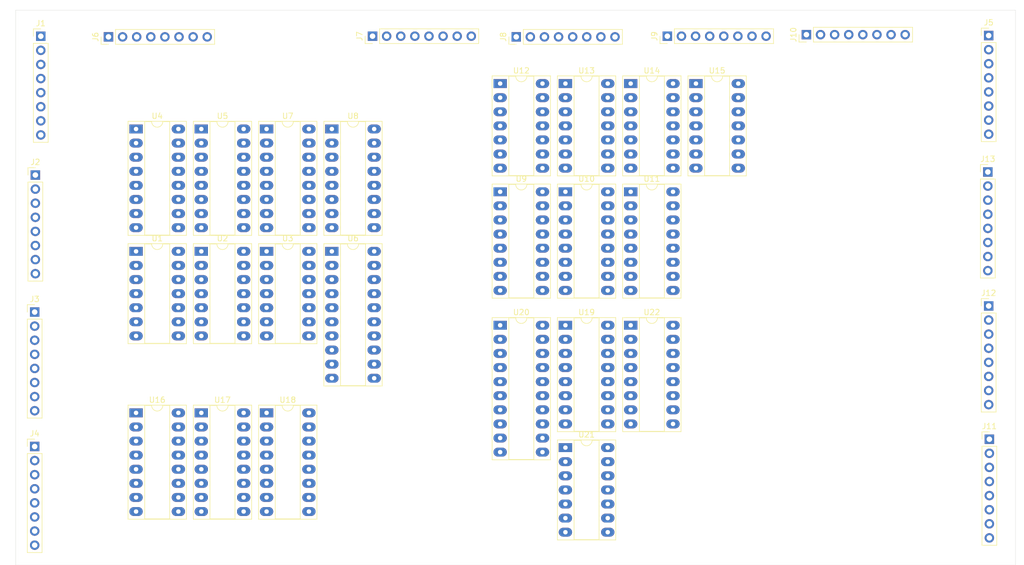
<source format=kicad_pcb>
(kicad_pcb (version 20240108) (generator "pcbnew") (generator_version "8.0")
  (layers (0 "F.Cu" signal) (31 "B.Cu" signal) (34 "B.Paste" user) (35 "F.Paste" user) (36 "B.SilkS" user "B.Silkscreen") (37 "F.SilkS" user "F.Silkscreen") (38 "B.Mask" user) (39 "F.Mask" user) (44 "Edge.Cuts" user))
  (net 0 "")
  (net 1 "/~{SCL}")
  (net 2 "/~{COR}")
  (net 3 "/~{SCH}")
  (net 4 "/~{NOP}")
  (net 5 "/~{SSO}")
  (net 6 "/~{SSI}")
  (net 7 "/~{OWN}")
  (net 8 "/~{RET}")
  (net 9 "/DPH")
  (net 11 "/~{Rx}")
  (net 15 "/PH1")
  (net 16 "/SCROUNGE")
  (net 17 "/xE")
  (net 18 "/~{xR}")
  (net 19 "/~{xD}")
  (net 20 "/~{xS}")
  (net 21 "/~{xL}")
  (net 22 "/~{xI}")
  (net 23 "/~{xM}")
  (net 24 "/~{xP}")
  (net 25 "/~{Ix}")
  (net 26 "/~{Dx}")
  (net 27 "/~{Sx}")
  (net 28 "/~{Px}")
  (net 29 "/xA")
  (net 30 "/~{Nx}")
  (net 31 "/~{Mx}")
  (net 32 "/~{Lx}")
  (net 33 "/LFETCH")
  (net 34 "/Nx_pre")
  (net 35 "/Mx_pre")
  (net 36 "/xW_pre")
  (net 37 "/xM_pre")
  (net 38 "/Lx_pre")
  (net 39 "/xL_pre")
  (net 40 "/~{PH3}")
  (net 41 "/xT")
  (net 42 "/xB")
  (net 43 "/xW")
  (net 44 "/xJ")
  (net 45 "/Nx_pre_clean")
  (net 46 "/~{xO}")
  (net 47 "/xF")
  (net 48 "/xC")
  (net 49 "/IRQ6")
  (net 50 "/IRQ0")
  (net 51 "/IRQ5")
  (net 52 "/IRQ7")
  (net 53 "/IRQ3")
  (net 54 "/IRQ1")
  (net 55 "/IRQ4")
  (net 56 "/IRQ2")
  (net 57 "/~{opc_ALU}")
  (net 58 "/~{opc_FIX}")
  (net 59 "/~{opc_PAIR}")
  (net 60 "/~{opc_DIRO}")
  (net 61 "/~{DPH}")
  (net 62 "/~{TRAP}")
  (net 63 "/~{opc_SYS}")
  (net 64 "/~{opc_TRAP}")
  (net 65 "/GET")
  (net 66 "/PUT")
  (net 67 "/IB5")
  (net 68 "/IB6")
  (net 69 "/IB4")
  (net 70 "/IB1")
  (net 71 "/IB7")
  (net 72 "/IB3")
  (net 73 "/IB0")
  (net 74 "/IB2")
  (net 75 "/FREE")
  (net 76 "/PH0")
  (net 77 "/~{CLOSE}")
  (net 78 "/GETPUT")
  (net 79 "/~{IRQ}")
  (net 80 "/~{PH0}")
  (net 81 "/DB5")
  (net 82 "/DB6")
  (net 83 "/DB1")
  (net 84 "/DB2")
  (net 85 "/DB0")
  (net 86 "/DB3")
  (net 87 "/DB4")
  (net 88 "/~{PUTR}")
  (net 89 "/~{GETI}")
  (net 90 "/~{PUTD}")
  (net 91 "/~{PUTI}")
  (net 92 "/~{PUTO}")
  (net 93 "/~{GETR}")
  (net 94 "/~{GETD}")
  (net 95 "/~{GETO}")
  (net 96 "GND")
  (net 97 "+5V")
  (net 101 "Net-(U1A-~{S})")
  (net 102 "Net-(U1A-Q)")
  (net 103 "Net-(U13-Pad4)")
  (net 105 "Net-(U4-S)")
  (net 106 "Net-(U12-Pad1)")
  (net 107 "Net-(U12-Pad2)")
  (net 108 "/DB7")
  (net 109 "Net-(U7-S0)")
  (net 110 "Net-(U7-GS)")
  (net 111 "Net-(U7-S1)")
  (net 112 "Net-(U7-S2)")
  (net 134 "Net-(U12-Pad6)")
  (net 135 "Net-(U12-Pad3)")
  (net 136 "Net-(U12-Pad9)")
  (net 145 "/~{RCOPY}")
  (footprint "Package_DIP:DIP-16_W7.62mm_Socket_LongPads" (layer "F.Cu") (at 68.475 92.075)
    (property "Reference" "U18" (at 3.81 -2.33 0) (layer "F.SilkS"))
    (property "Value" "74AHC138")
    (pad "1" thru_hole rect (at 0 0) (size 2.4 1.6) (drill 0.8) (layers "*.Cu" "*.Mask") (net 73 "/IB0"))
    (pad "2" thru_hole oval (at 0 2.54) (size 2.4 1.6) (drill 0.8) (layers "*.Cu" "*.Mask") (net 70 "/IB1"))
    (pad "3" thru_hole oval (at 0 5.08) (size 2.4 1.6) (drill 0.8) (layers "*.Cu" "*.Mask") (net 74 "/IB2"))
    (pad "4" thru_hole oval (at 0 7.62) (size 2.4 1.6) (drill 0.8) (layers "*.Cu" "*.Mask") (net 72 "/IB3"))
    (pad "5" thru_hole oval (at 0 10.16) (size 2.4 1.6) (drill 0.8) (layers "*.Cu" "*.Mask") (net 145 "/~{RCOPY}"))
    (pad "6" thru_hole oval (at 0 12.7) (size 2.4 1.6) (drill 0.8) (layers "*.Cu" "*.Mask") (net 97 "+5V"))
    (pad "7" thru_hole oval (at 0 15.24) (size 2.4 1.6) (drill 0.8) (layers "*.Cu" "*.Mask") (net 24 "/~{xP}"))
    (pad "8" thru_hole oval (at 0 17.78) (size 2.4 1.6) (drill 0.8) (layers "*.Cu" "*.Mask") (net 96 "GND"))
    (pad "9" thru_hole oval (at 7.62 17.78) (size 2.4 1.6) (drill 0.8) (layers "*.Cu" "*.Mask") (net 20 "/~{xS}"))
    (pad "10" thru_hole oval (at 7.62 15.24) (size 2.4 1.6) (drill 0.8) (layers "*.Cu" "*.Mask") (net 22 "/~{xI}"))
    (pad "11" thru_hole oval (at 7.62 12.7) (size 2.4 1.6) (drill 0.8) (layers "*.Cu" "*.Mask") (net 18 "/~{xR}"))
    (pad "12" thru_hole oval (at 7.62 10.16) (size 2.4 1.6) (drill 0.8) (layers "*.Cu" "*.Mask") (net 19 "/~{xD}"))
    (pad "13" thru_hole oval (at 7.62 7.62) (size 2.4 1.6) (drill 0.8) (layers "*.Cu" "*.Mask") (net 21 "/~{xL}"))
    (pad "14" thru_hole oval (at 7.62 5.08) (size 2.4 1.6) (drill 0.8) (layers "*.Cu" "*.Mask") (net 23 "/~{xM}"))
    (pad "15" thru_hole oval (at 7.62 2.54) (size 2.4 1.6) (drill 0.8) (layers "*.Cu" "*.Mask") (net 46 "/~{xO}"))
    (pad "16" thru_hole oval (at 7.62 0) (size 2.4 1.6) (drill 0.8) (layers "*.Cu" "*.Mask") (net 97 "+5V"))
  )
  (footprint "Package_DIP:DIP-16_W7.62mm_Socket_LongPads" (layer "F.Cu") (at 68.475 40.925)
    (property "Reference" "U7" (at 3.81 -2.33 0) (layer "F.SilkS"))
    (property "Value" "74LS148")
    (pad "1" thru_hole rect (at 0 0) (size 2.4 1.6) (drill 0.8) (layers "*.Cu" "*.Mask") (net 71 "/IB7"))
    (pad "2" thru_hole oval (at 0 2.54) (size 2.4 1.6) (drill 0.8) (layers "*.Cu" "*.Mask") (net 96 "GND"))
    (pad "3" thru_hole oval (at 0 5.08) (size 2.4 1.6) (drill 0.8) (layers "*.Cu" "*.Mask") (net 96 "GND"))
    (pad "4" thru_hole oval (at 0 7.62) (size 2.4 1.6) (drill 0.8) (layers "*.Cu" "*.Mask") (net 96 "GND"))
    (pad "5" thru_hole oval (at 0 10.16) (size 2.4 1.6) (drill 0.8) (layers "*.Cu" "*.Mask") (net 80 "/~{PH0}"))
    (pad "6" thru_hole oval (at 0 12.7) (size 2.4 1.6) (drill 0.8) (layers "*.Cu" "*.Mask") (net 112 "Net-(U7-S2)"))
    (pad "7" thru_hole oval (at 0 15.24) (size 2.4 1.6) (drill 0.8) (layers "*.Cu" "*.Mask") (net 111 "Net-(U7-S1)"))
    (pad "8" thru_hole oval (at 0 17.78) (size 2.4 1.6) (drill 0.8) (layers "*.Cu" "*.Mask") (net 96 "GND"))
    (pad "9" thru_hole oval (at 7.62 17.78) (size 2.4 1.6) (drill 0.8) (layers "*.Cu" "*.Mask") (net 109 "Net-(U7-S0)"))
    (pad "10" thru_hole oval (at 7.62 15.24) (size 2.4 1.6) (drill 0.8) (layers "*.Cu" "*.Mask") (net 72 "/IB3"))
    (pad "11" thru_hole oval (at 7.62 12.7) (size 2.4 1.6) (drill 0.8) (layers "*.Cu" "*.Mask") (net 69 "/IB4"))
    (pad "12" thru_hole oval (at 7.62 10.16) (size 2.4 1.6) (drill 0.8) (layers "*.Cu" "*.Mask") (net 67 "/IB5"))
    (pad "13" thru_hole oval (at 7.62 7.62) (size 2.4 1.6) (drill 0.8) (layers "*.Cu" "*.Mask") (net 68 "/IB6"))
    (pad "14" thru_hole oval (at 7.62 5.08) (size 2.4 1.6) (drill 0.8) (layers "*.Cu" "*.Mask") (net 110 "Net-(U7-GS)"))
    (pad "15" thru_hole oval (at 7.62 2.54) (size 2.4 1.6) (drill 0.8) (layers "*.Cu" "*.Mask") (net 63 "/~{opc_SYS}"))
    (pad "16" thru_hole oval (at 7.62 0) (size 2.4 1.6) (drill 0.8) (layers "*.Cu" "*.Mask") (net 97 "+5V"))
  )
  (footprint "Package_DIP:DIP-14_W7.62mm_Socket_LongPads" (layer "F.Cu") (at 56.725 62.975)
    (property "Reference" "U2" (at 3.81 -2.33 0) (layer "F.SilkS"))
    (property "Value" "74LS08")
    (pad "1" thru_hole rect (at 0 0) (size 2.4 1.6) (drill 0.8) (layers "*.Cu" "*.Mask") (net 102 "Net-(U1A-Q)"))
    (pad "2" thru_hole oval (at 0 2.54) (size 2.4 1.6) (drill 0.8) (layers "*.Cu" "*.Mask") (net 75 "/FREE"))
    (pad "3" thru_hole oval (at 0 5.08) (size 2.4 1.6) (drill 0.8) (layers "*.Cu" "*.Mask") (net 105 "Net-(U4-S)"))
    (pad "4" thru_hole oval (at 0 7.62) (size 2.4 1.6) (drill 0.8) (layers "*.Cu" "*.Mask") (net 74 "/IB2"))
    (pad "5" thru_hole oval (at 0 10.16) (size 2.4 1.6) (drill 0.8) (layers "*.Cu" "*.Mask") (net 78 "/GETPUT"))
    (pad "6" thru_hole oval (at 0 12.7) (size 2.4 1.6) (drill 0.8) (layers "*.Cu" "*.Mask") (net 66 "/PUT"))
    (pad "7" thru_hole oval (at 0 15.24) (size 2.4 1.6) (drill 0.8) (layers "*.Cu" "*.Mask") (net 96 "GND"))
    (pad "8" thru_hole oval (at 7.62 15.24) (size 2.4 1.6) (drill 0.8) (layers "*.Cu" "*.Mask") (net 65 "/GET"))
    (pad "9" thru_hole oval (at 7.62 12.7) (size 2.4 1.6) (drill 0.8) (layers "*.Cu" "*.Mask") (net 78 "/GETPUT"))
    (pad "10" thru_hole oval (at 7.62 10.16) (size 2.4 1.6) (drill 0.8) (layers "*.Cu" "*.Mask") (net 103 "Net-(U13-Pad4)"))
    (pad "11" thru_hole oval (at 7.62 7.62) (size 2.4 1.6) (drill 0.8) (layers "*.Cu" "*.Mask"))
    (pad "12" thru_hole oval (at 7.62 5.08) (size 2.4 1.6) (drill 0.8) (layers "*.Cu" "*.Mask") (net 96 "GND"))
    (pad "13" thru_hole oval (at 7.62 2.54) (size 2.4 1.6) (drill 0.8) (layers "*.Cu" "*.Mask") (net 96 "GND"))
    (pad "14" thru_hole oval (at 7.62 0) (size 2.4 1.6) (drill 0.8) (layers "*.Cu" "*.Mask") (net 97 "+5V"))
  )
  (footprint "Package_DIP:DIP-16_W7.62mm_Socket_LongPads" (layer "F.Cu") (at 44.975 40.925)
    (property "Reference" "U4" (at 3.81 -2.33 0) (layer "F.SilkS"))
    (property "Value" "74HC157")
    (pad "1" thru_hole rect (at 0 0) (size 2.4 1.6) (drill 0.8) (layers "*.Cu" "*.Mask") (net 105 "Net-(U4-S)"))
    (pad "2" thru_hole oval (at 0 2.54) (size 2.4 1.6) (drill 0.8) (layers "*.Cu" "*.Mask") (net 85 "/DB0"))
    (pad "3" thru_hole oval (at 0 5.08) (size 2.4 1.6) (drill 0.8) (layers "*.Cu" "*.Mask") (net 96 "GND"))
    (pad "4" thru_hole oval (at 0 7.62) (size 2.4 1.6) (drill 0.8) (layers "*.Cu" "*.Mask") (net 50 "/IRQ0"))
    (pad "5" thru_hole oval (at 0 10.16) (size 2.4 1.6) (drill 0.8) (layers "*.Cu" "*.Mask") (net 83 "/DB1"))
    (pad "6" thru_hole oval (at 0 12.7) (size 2.4 1.6) (drill 0.8) (layers "*.Cu" "*.Mask") (net 96 "GND"))
    (pad "7" thru_hole oval (at 0 15.24) (size 2.4 1.6) (drill 0.8) (layers "*.Cu" "*.Mask") (net 54 "/IRQ1"))
    (pad "8" thru_hole oval (at 0 17.78) (size 2.4 1.6) (drill 0.8) (layers "*.Cu" "*.Mask") (net 96 "GND"))
    (pad "9" thru_hole oval (at 7.62 17.78) (size 2.4 1.6) (drill 0.8) (layers "*.Cu" "*.Mask") (net 56 "/IRQ2"))
    (pad "10" thru_hole oval (at 7.62 15.24) (size 2.4 1.6) (drill 0.8) (layers "*.Cu" "*.Mask") (net 96 "GND"))
    (pad "11" thru_hole oval (at 7.62 12.7) (size 2.4 1.6) (drill 0.8) (layers "*.Cu" "*.Mask") (net 84 "/DB2"))
    (pad "12" thru_hole oval (at 7.62 10.16) (size 2.4 1.6) (drill 0.8) (layers "*.Cu" "*.Mask") (net 53 "/IRQ3"))
    (pad "13" thru_hole oval (at 7.62 7.62) (size 2.4 1.6) (drill 0.8) (layers "*.Cu" "*.Mask") (net 96 "GND"))
    (pad "14" thru_hole oval (at 7.62 5.08) (size 2.4 1.6) (drill 0.8) (layers "*.Cu" "*.Mask") (net 86 "/DB3"))
    (pad "15" thru_hole oval (at 7.62 2.54) (size 2.4 1.6) (drill 0.8) (layers "*.Cu" "*.Mask") (net 96 "GND"))
    (pad "16" thru_hole oval (at 7.62 0) (size 2.4 1.6) (drill 0.8) (layers "*.Cu" "*.Mask") (net 97 "+5V"))
  )
  (footprint "Connector_PinHeader_2.54mm:PinHeader_1x08_P2.54mm_Vertical" (layer "F.Cu") (at 165.66 23.925 90)
    (property "Reference" "J10" (at 0 -2.33 90) (layer "F.SilkS"))
    (property "Value" "Conn_01x08_Pin")
    (pad "1" thru_hole rect (at 0 0 90) (size 1.7 1.7) (drill 1) (layers "*.Cu" "*.Mask") (net 73 "/IB0"))
    (pad "2" thru_hole oval (at 0 2.54 90) (size 1.7 1.7) (drill 1) (layers "*.Cu" "*.Mask") (net 70 "/IB1"))
    (pad "3" thru_hole oval (at 0 5.08 90) (size 1.7 1.7) (drill 1) (layers "*.Cu" "*.Mask") (net 74 "/IB2"))
    (pad "4" thru_hole oval (at 0 7.62 90) (size 1.7 1.7) (drill 1) (layers "*.Cu" "*.Mask") (net 72 "/IB3"))
    (pad "5" thru_hole oval (at 0 10.16 90) (size 1.7 1.7) (drill 1) (layers "*.Cu" "*.Mask") (net 69 "/IB4"))
    (pad "6" thru_hole oval (at 0 12.7 90) (size 1.7 1.7) (drill 1) (layers "*.Cu" "*.Mask") (net 67 "/IB5"))
    (pad "7" thru_hole oval (at 0 15.24 90) (size 1.7 1.7) (drill 1) (layers "*.Cu" "*.Mask") (net 68 "/IB6"))
    (pad "8" thru_hole oval (at 0 17.78 90) (size 1.7 1.7) (drill 1) (layers "*.Cu" "*.Mask") (net 71 "/IB7"))
  )
  (footprint "Package_DIP:DIP-14_W7.62mm_Socket_LongPads" (layer "F.Cu") (at 110.525 32.74)
    (property "Reference" "U12" (at 3.81 -2.33 0) (layer "F.SilkS"))
    (property "Value" "74LS08")
    (pad "1" thru_hole rect (at 0 0) (size 2.4 1.6) (drill 0.8) (layers "*.Cu" "*.Mask") (net 106 "Net-(U12-Pad1)"))
    (pad "2" thru_hole oval (at 0 2.54) (size 2.4 1.6) (drill 0.8) (layers "*.Cu" "*.Mask") (net 107 "Net-(U12-Pad2)"))
    (pad "3" thru_hole oval (at 0 5.08) (size 2.4 1.6) (drill 0.8) (layers "*.Cu" "*.Mask") (net 135 "Net-(U12-Pad3)"))
    (pad "4" thru_hole oval (at 0 7.62) (size 2.4 1.6) (drill 0.8) (layers "*.Cu" "*.Mask") (net 34 "/Nx_pre"))
    (pad "5" thru_hole oval (at 0 10.16) (size 2.4 1.6) (drill 0.8) (layers "*.Cu" "*.Mask") (net 107 "Net-(U12-Pad2)"))
    (pad "6" thru_hole oval (at 0 12.7) (size 2.4 1.6) (drill 0.8) (layers "*.Cu" "*.Mask") (net 134 "Net-(U12-Pad6)"))
    (pad "7" thru_hole oval (at 0 15.24) (size 2.4 1.6) (drill 0.8) (layers "*.Cu" "*.Mask") (net 96 "GND"))
    (pad "8" thru_hole oval (at 7.62 15.24) (size 2.4 1.6) (drill 0.8) (layers "*.Cu" "*.Mask") (net 45 "/Nx_pre_clean"))
    (pad "9" thru_hole oval (at 7.62 12.7) (size 2.4 1.6) (drill 0.8) (layers "*.Cu" "*.Mask") (net 136 "Net-(U12-Pad9)"))
    (pad "10" thru_hole oval (at 7.62 10.16) (size 2.4 1.6) (drill 0.8) (layers "*.Cu" "*.Mask") (net 34 "/Nx_pre"))
    (pad "11" thru_hole oval (at 7.62 7.62) (size 2.4 1.6) (drill 0.8) (layers "*.Cu" "*.Mask") (net 33 "/LFETCH"))
    (pad "12" thru_hole oval (at 7.62 5.08) (size 2.4 1.6) (drill 0.8) (layers "*.Cu" "*.Mask") (net 15 "/PH1"))
    (pad "13" thru_hole oval (at 7.62 2.54) (size 2.4 1.6) (drill 0.8) (layers "*.Cu" "*.Mask") (net 45 "/Nx_pre_clean"))
    (pad "14" thru_hole oval (at 7.62 0) (size 2.4 1.6) (drill 0.8) (layers "*.Cu" "*.Mask") (net 97 "+5V"))
  )
  (footprint "Package_DIP:DIP-16_W7.62mm_Socket_LongPads" (layer "F.Cu") (at 56.725 40.925)
    (property "Reference" "U5" (at 3.81 -2.33 0) (layer "F.SilkS"))
    (property "Value" "74HC157")
    (pad "1" thru_hole rect (at 0 0) (size 2.4 1.6) (drill 0.8) (layers "*.Cu" "*.Mask") (net 105 "Net-(U4-S)"))
    (pad "2" thru_hole oval (at 0 2.54) (size 2.4 1.6) (drill 0.8) (layers "*.Cu" "*.Mask") (net 87 "/DB4"))
    (pad "3" thru_hole oval (at 0 5.08) (size 2.4 1.6) (drill 0.8) (layers "*.Cu" "*.Mask") (net 96 "GND"))
    (pad "4" thru_hole oval (at 0 7.62) (size 2.4 1.6) (drill 0.8) (layers "*.Cu" "*.Mask") (net 55 "/IRQ4"))
    (pad "5" thru_hole oval (at 0 10.16) (size 2.4 1.6) (drill 0.8) (layers "*.Cu" "*.Mask") (net 81 "/DB5"))
    (pad "6" thru_hole oval (at 0 12.7) (size 2.4 1.6) (drill 0.8) (layers "*.Cu" "*.Mask") (net 97 "+5V"))
    (pad "7" thru_hole oval (at 0 15.24) (size 2.4 1.6) (drill 0.8) (layers "*.Cu" "*.Mask") (net 51 "/IRQ5"))
    (pad "8" thru_hole oval (at 0 17.78) (size 2.4 1.6) (drill 0.8) (layers "*.Cu" "*.Mask") (net 96 "GND"))
    (pad "9" thru_hole oval (at 7.62 17.78) (size 2.4 1.6) (drill 0.8) (layers "*.Cu" "*.Mask") (net 49 "/IRQ6"))
    (pad "10" thru_hole oval (at 7.62 15.24) (size 2.4 1.6) (drill 0.8) (layers "*.Cu" "*.Mask") (net 96 "GND"))
    (pad "11" thru_hole oval (at 7.62 12.7) (size 2.4 1.6) (drill 0.8) (layers "*.Cu" "*.Mask") (net 82 "/DB6"))
    (pad "12" thru_hole oval (at 7.62 10.16) (size 2.4 1.6) (drill 0.8) (layers "*.Cu" "*.Mask") (net 52 "/IRQ7"))
    (pad "13" thru_hole oval (at 7.62 7.62) (size 2.4 1.6) (drill 0.8) (layers "*.Cu" "*.Mask") (net 96 "GND"))
    (pad "14" thru_hole oval (at 7.62 5.08) (size 2.4 1.6) (drill 0.8) (layers "*.Cu" "*.Mask") (net 108 "/DB7"))
    (pad "15" thru_hole oval (at 7.62 2.54) (size 2.4 1.6) (drill 0.8) (layers "*.Cu" "*.Mask") (net 96 "GND"))
    (pad "16" thru_hole oval (at 7.62 0) (size 2.4 1.6) (drill 0.8) (layers "*.Cu" "*.Mask") (net 97 "+5V"))
  )
  (footprint "Connector_PinHeader_2.54mm:PinHeader_1x08_P2.54mm_Vertical" (layer "F.Cu") (at 26.725 73.91)
    (property "Reference" "J3" (at 0 -2.33 0) (layer "F.SilkS"))
    (property "Value" "Conn_01x08_Pin")
    (pad "1" thru_hole rect (at 0 0) (size 1.7 1.7) (drill 1) (layers "*.Cu" "*.Mask") (net 18 "/~{xR}"))
    (pad "2" thru_hole oval (at 0 2.54) (size 1.7 1.7) (drill 1) (layers "*.Cu" "*.Mask") (net 23 "/~{xM}"))
    (pad "3" thru_hole oval (at 0 5.08) (size 1.7 1.7) (drill 1) (layers "*.Cu" "*.Mask") (net 22 "/~{xI}"))
    (pad "4" thru_hole oval (at 0 7.62) (size 1.7 1.7) (drill 1) (layers "*.Cu" "*.Mask") (net 21 "/~{xL}"))
    (pad "5" thru_hole oval (at 0 10.16) (size 1.7 1.7) (drill 1) (layers "*.Cu" "*.Mask") (net 19 "/~{xD}"))
    (pad "6" thru_hole oval (at 0 12.7) (size 1.7 1.7) (drill 1) (layers "*.Cu" "*.Mask") (net 20 "/~{xS}"))
    (pad "7" thru_hole oval (at 0 15.24) (size 1.7 1.7) (drill 1) (layers "*.Cu" "*.Mask") (net 24 "/~{xP}"))
    (pad "8" thru_hole oval (at 0 17.78) (size 1.7 1.7) (drill 1) (layers "*.Cu" "*.Mask") (net 17 "/xE"))
  )
  (footprint "Package_DIP:DIP-14_W7.62mm_Socket_LongPads" (layer "F.Cu") (at 145.775 32.74)
    (property "Reference" "U15" (at 3.81 -2.33 0) (layer "F.SilkS"))
    (property "Value" "4075")
    (pad "1" thru_hole rect (at 0 0) (size 2.4 1.6) (drill 0.8) (layers "*.Cu" "*.Mask") (net 59 "/~{opc_PAIR}"))
    (pad "2" thru_hole oval (at 0 2.54) (size 2.4 1.6) (drill 0.8) (layers "*.Cu" "*.Mask") (net 40 "/~{PH3}"))
    (pad "3" thru_hole oval (at 0 5.08) (size 2.4 1.6) (drill 0.8) (layers "*.Cu" "*.Mask") (net 96 "GND"))
    (pad "4" thru_hole oval (at 0 7.62) (size 2.4 1.6) (drill 0.8) (layers "*.Cu" "*.Mask") (net 96 "GND"))
    (pad "5" thru_hole oval (at 0 10.16) (size 2.4 1.6) (drill 0.8) (layers "*.Cu" "*.Mask") (net 96 "GND"))
    (pad "6" thru_hole oval (at 0 12.7) (size 2.4 1.6) (drill 0.8) (layers "*.Cu" "*.Mask"))
    (pad "7" thru_hole oval (at 0 15.24) (size 2.4 1.6) (drill 0.8) (layers "*.Cu" "*.Mask") (net 96 "GND"))
    (pad "8" thru_hole oval (at 7.62 15.24) (size 2.4 1.6) (drill 0.8) (layers "*.Cu" "*.Mask") (net 16 "/SCROUNGE"))
    (pad "9" thru_hole oval (at 7.62 12.7) (size 2.4 1.6) (drill 0.8) (layers "*.Cu" "*.Mask") (net 145 "/~{RCOPY}"))
    (pad "10" thru_hole oval (at 7.62 10.16) (size 2.4 1.6) (drill 0.8) (layers "*.Cu" "*.Mask"))
    (pad "11" thru_hole oval (at 7.62 7.62) (size 2.4 1.6) (drill 0.8) (layers "*.Cu" "*.Mask") (net 96 "GND"))
    (pad "12" thru_hole oval (at 7.62 5.08) (size 2.4 1.6) (drill 0.8) (layers "*.Cu" "*.Mask") (net 96 "GND"))
    (pad "13" thru_hole oval (at 7.62 2.54) (size 2.4 1.6) (drill 0.8) (layers "*.Cu" "*.Mask") (net 96 "GND"))
    (pad "14" thru_hole oval (at 7.62 0) (size 2.4 1.6) (drill 0.8) (layers "*.Cu" "*.Mask") (net 97 "+5V"))
  )
  (footprint "Package_DIP:DIP-16_W7.62mm_Socket_LongPads" (layer "F.Cu") (at 44.975 92.075)
    (property "Reference" "U16" (at 3.81 -2.33 0) (layer "F.SilkS"))
    (property "Value" "74AHC138")
    (pad "1" thru_hole rect (at 0 0) (size 2.4 1.6) (drill 0.8) (layers "*.Cu" "*.Mask") (net 69 "/IB4"))
    (pad "2" thru_hole oval (at 0 2.54) (size 2.4 1.6) (drill 0.8) (layers "*.Cu" "*.Mask") (net 67 "/IB5"))
    (pad "3" thru_hole oval (at 0 5.08) (size 2.4 1.6) (drill 0.8) (layers "*.Cu" "*.Mask") (net 68 "/IB6"))
    (pad "4" thru_hole oval (at 0 7.62) (size 2.4 1.6) (drill 0.8) (layers "*.Cu" "*.Mask") (net 59 "/~{opc_PAIR}"))
    (pad "5" thru_hole oval (at 0 10.16) (size 2.4 1.6) (drill 0.8) (layers "*.Cu" "*.Mask") (net 16 "/SCROUNGE"))
    (pad "6" thru_hole oval (at 0 12.7) (size 2.4 1.6) (drill 0.8) (layers "*.Cu" "*.Mask") (net 9 "/DPH"))
    (pad "7" thru_hole oval (at 0 15.24) (size 2.4 1.6) (drill 0.8) (layers "*.Cu" "*.Mask") (net 28 "/~{Px}"))
    (pad "8" thru_hole oval (at 0 17.78) (size 2.4 1.6) (drill 0.8) (layers "*.Cu" "*.Mask") (net 96 "GND"))
    (pad "9" thru_hole oval (at 7.62 17.78) (size 2.4 1.6) (drill 0.8) (layers "*.Cu" "*.Mask") (net 27 "/~{Sx}"))
    (pad "10" thru_hole oval (at 7.62 15.24) (size 2.4 1.6) (drill 0.8) (layers "*.Cu" "*.Mask") (net 25 "/~{Ix}"))
    (pad "11" thru_hole oval (at 7.62 12.7) (size 2.4 1.6) (drill 0.8) (layers "*.Cu" "*.Mask") (net 11 "/~{Rx}"))
    (pad "12" thru_hole oval (at 7.62 10.16) (size 2.4 1.6) (drill 0.8) (layers "*.Cu" "*.Mask") (net 26 "/~{Dx}"))
    (pad "13" thru_hole oval (at 7.62 7.62) (size 2.4 1.6) (drill 0.8) (layers "*.Cu" "*.Mask") (net 32 "/~{Lx}"))
    (pad "14" thru_hole oval (at 7.62 5.08) (size 2.4 1.6) (drill 0.8) (layers "*.Cu" "*.Mask") (net 31 "/~{Mx}"))
    (pad "15" thru_hole oval (at 7.62 2.54) (size 2.4 1.6) (drill 0.8) (layers "*.Cu" "*.Mask") (net 30 "/~{Nx}"))
    (pad "16" thru_hole oval (at 7.62 0) (size 2.4 1.6) (drill 0.8) (layers "*.Cu" "*.Mask") (net 97 "+5V"))
  )
  (footprint "Connector_PinHeader_2.54mm:PinHeader_1x08_P2.54mm_Vertical" (layer "F.Cu") (at 26.725 98.135)
    (property "Reference" "J4" (at 0 -2.33 0) (layer "F.SilkS"))
    (property "Value" "Conn_01x08_Pin")
    (pad "1" thru_hole rect (at 0 0) (size 1.7 1.7) (drill 1) (layers "*.Cu" "*.Mask") (net 29 "/xA"))
    (pad "2" thru_hole oval (at 0 2.54) (size 1.7 1.7) (drill 1) (layers "*.Cu" "*.Mask") (net 27 "/~{Sx}"))
    (pad "3" thru_hole oval (at 0 5.08) (size 1.7 1.7) (drill 1) (layers "*.Cu" "*.Mask") (net 30 "/~{Nx}"))
    (pad "4" thru_hole oval (at 0 7.62) (size 1.7 1.7) (drill 1) (layers "*.Cu" "*.Mask") (net 28 "/~{Px}"))
    (pad "5" thru_hole oval (at 0 10.16) (size 1.7 1.7) (drill 1) (layers "*.Cu" "*.Mask") (net 26 "/~{Dx}"))
    (pad "6" thru_hole oval (at 0 12.7) (size 1.7 1.7) (drill 1) (layers "*.Cu" "*.Mask") (net 31 "/~{Mx}"))
    (pad "7" thru_hole oval (at 0 15.24) (size 1.7 1.7) (drill 1) (layers "*.Cu" "*.Mask") (net 25 "/~{Ix}"))
    (pad "8" thru_hole oval (at 0 17.78) (size 1.7 1.7) (drill 1) (layers "*.Cu" "*.Mask") (net 32 "/~{Lx}"))
  )
  (footprint "Connector_PinHeader_2.54mm:PinHeader_1x08_P2.54mm_Vertical" (layer "F.Cu") (at 87.55 24.2 90)
    (property "Reference" "J7" (at 0 -2.33 90) (layer "F.SilkS"))
    (property "Value" "Conn_01x08_Pin")
    (pad "1" thru_hole rect (at 0 0 90) (size 1.7 1.7) (drill 1) (layers "*.Cu" "*.Mask") (net 50 "/IRQ0"))
    (pad "2" thru_hole oval (at 0 2.54 90) (size 1.7 1.7) (drill 1) (layers "*.Cu" "*.Mask") (net 54 "/IRQ1"))
    (pad "3" thru_hole oval (at 0 5.08 90) (size 1.7 1.7) (drill 1) (layers "*.Cu" "*.Mask") (net 56 "/IRQ2"))
    (pad "4" thru_hole oval (at 0 7.62 90) (size 1.7 1.7) (drill 1) (layers "*.Cu" "*.Mask") (net 53 "/IRQ3"))
    (pad "5" thru_hole oval (at 0 10.16 90) (size 1.7 1.7) (drill 1) (layers "*.Cu" "*.Mask") (net 55 "/IRQ4"))
    (pad "6" thru_hole oval (at 0 12.7 90) (size 1.7 1.7) (drill 1) (layers "*.Cu" "*.Mask") (net 51 "/IRQ5"))
    (pad "7" thru_hole oval (at 0 15.24 90) (size 1.7 1.7) (drill 1) (layers "*.Cu" "*.Mask") (net 49 "/IRQ6"))
    (pad "8" thru_hole oval (at 0 17.78 90) (size 1.7 1.7) (drill 1) (layers "*.Cu" "*.Mask") (net 52 "/IRQ7"))
  )
  (footprint "Package_DIP:DIP-14_W7.62mm_Socket_LongPads" (layer "F.Cu") (at 68.475 62.975)
    (property "Reference" "U3" (at 3.81 -2.33 0) (layer "F.SilkS"))
    (property "Value" "74LS32")
    (pad "1" thru_hole rect (at 0 0) (size 2.4 1.6) (drill 0.8) (layers "*.Cu" "*.Mask") (net 38 "/Lx_pre"))
    (pad "2" thru_hole oval (at 0 2.54) (size 2.4 1.6) (drill 0.8) (layers "*.Cu" "*.Mask") (net 35 "/Mx_pre"))
    (pad "3" thru_hole oval (at 0 5.08) (size 2.4 1.6) (drill 0.8) (layers "*.Cu" "*.Mask") (net 106 "Net-(U12-Pad1)"))
    (pad "4" thru_hole oval (at 0 7.62) (size 2.4 1.6) (drill 0.8) (layers "*.Cu" "*.Mask") (net 39 "/xL_pre"))
    (pad "5" thru_hole oval (at 0 10.16) (size 2.4 1.6) (drill 0.8) (layers "*.Cu" "*.Mask") (net 37 "/xM_pre"))
    (pad "6" thru_hole oval (at 0 12.7) (size 2.4 1.6) (drill 0.8) (layers "*.Cu" "*.Mask") (net 107 "Net-(U12-Pad2)"))
    (pad "7" thru_hole oval (at 0 15.24) (size 2.4 1.6) (drill 0.8) (layers "*.Cu" "*.Mask") (net 96 "GND"))
    (pad "8" thru_hole oval (at 7.62 15.24) (size 2.4 1.6) (drill 0.8) (layers "*.Cu" "*.Mask") (net 101 "Net-(U1A-~{S})"))
    (pad "9" thru_hole oval (at 7.62 12.7) (size 2.4 1.6) (drill 0.8) (layers "*.Cu" "*.Mask") (net 79 "/~{IRQ}"))
    (pad "10" thru_hole oval (at 7.62 10.16) (size 2.4 1.6) (drill 0.8) (layers "*.Cu" "*.Mask") (net 80 "/~{PH0}"))
    (pad "11" thru_hole oval (at 7.62 7.62) (size 2.4 1.6) (drill 0.8) (layers "*.Cu" "*.Mask") (net 62 "/~{TRAP}"))
    (pad "12" thru_hole oval (at 7.62 5.08) (size 2.4 1.6) (drill 0.8) (layers "*.Cu" "*.Mask") (net 64 "/~{opc_TRAP}"))
    (pad "13" thru_hole oval (at 7.62 2.54) (size 2.4 1.6) (drill 0.8) (layers "*.Cu" "*.Mask") (net 61 "/~{DPH}"))
    (pad "14" thru_hole oval (at 7.62 0) (size 2.4 1.6) (drill 0.8) (layers "*.Cu" "*.Mask") (net 97 "+5V"))
  )
  (footprint "Package_DIP:DIP-14_W7.62mm_Socket_LongPads" (layer "F.Cu") (at 122.275 98.34)
    (property "Reference" "U21" (at 3.81 -2.33 0) (layer "F.SilkS"))
    (property "Value" "74HC02")
    (pad "1" thru_hole rect (at 0 0) (size 2.4 1.6) (drill 0.8) (layers "*.Cu" "*.Mask") (net 78 "/GETPUT"))
    (pad "2" thru_hole oval (at 0 2.54) (size 2.4 1.6) (drill 0.8) (layers "*.Cu" "*.Mask") (net 60 "/~{opc_DIRO}"))
    (pad "3" thru_hole oval (at 0 5.08) (size 2.4 1.6) (drill 0.8) (layers "*.Cu" "*.Mask") (net 61 "/~{DPH}"))
    (pad "4" thru_hole oval (at 0 7.62) (size 2.4 1.6) (drill 0.8) (layers "*.Cu" "*.Mask"))
    (pad "5" thru_hole oval (at 0 10.16) (size 2.4 1.6) (drill 0.8) (layers "*.Cu" "*.Mask") (net 96 "GND"))
    (pad "6" thru_hole oval (at 0 12.7) (size 2.4 1.6) (drill 0.8) (layers "*.Cu" "*.Mask") (net 96 "GND"))
    (pad "7" thru_hole oval (at 0 15.24) (size 2.4 1.6) (drill 0.8) (layers "*.Cu" "*.Mask") (net 96 "GND"))
    (pad "8" thru_hole oval (at 7.62 15.24) (size 2.4 1.6) (drill 0.8) (layers "*.Cu" "*.Mask") (net 96 "GND"))
    (pad "9" thru_hole oval (at 7.62 12.7) (size 2.4 1.6) (drill 0.8) (layers "*.Cu" "*.Mask") (net 96 "GND"))
    (pad "10" thru_hole oval (at 7.62 10.16) (size 2.4 1.6) (drill 0.8) (layers "*.Cu" "*.Mask"))
    (pad "11" thru_hole oval (at 7.62 7.62) (size 2.4 1.6) (drill 0.8) (layers "*.Cu" "*.Mask") (net 96 "GND"))
    (pad "12" thru_hole oval (at 7.62 5.08) (size 2.4 1.6) (drill 0.8) (layers "*.Cu" "*.Mask") (net 96 "GND"))
    (pad "13" thru_hole oval (at 7.62 2.54) (size 2.4 1.6) (drill 0.8) (layers "*.Cu" "*.Mask"))
    (pad "14" thru_hole oval (at 7.62 0) (size 2.4 1.6) (drill 0.8) (layers "*.Cu" "*.Mask") (net 97 "+5V"))
  )
  (footprint "Package_DIP:DIP-14_W7.62mm_Socket_LongPads" (layer "F.Cu") (at 44.975 62.975)
    (property "Reference" "U1" (at 3.81 -2.33 0) (layer "F.SilkS"))
    (property "Value" "74HC74")
    (pad "1" thru_hole rect (at 0 0) (size 2.4 1.6) (drill 0.8) (layers "*.Cu" "*.Mask") (net 77 "/~{CLOSE}"))
    (pad "2" thru_hole oval (at 0 2.54) (size 2.4 1.6) (drill 0.8) (layers "*.Cu" "*.Mask") (net 97 "+5V"))
    (pad "3" thru_hole oval (at 0 5.08) (size 2.4 1.6) (drill 0.8) (layers "*.Cu" "*.Mask") (net 96 "GND"))
    (pad "4" thru_hole oval (at 0 7.62) (size 2.4 1.6) (drill 0.8) (layers "*.Cu" "*.Mask") (net 101 "Net-(U1A-~{S})"))
    (pad "5" thru_hole oval (at 0 10.16) (size 2.4 1.6) (drill 0.8) (layers "*.Cu" "*.Mask") (net 102 "Net-(U1A-Q)"))
    (pad "6" thru_hole oval (at 0 12.7) (size 2.4 1.6) (drill 0.8) (layers "*.Cu" "*.Mask"))
    (pad "7" thru_hole oval (at 0 15.24) (size 2.4 1.6) (drill 0.8) (layers "*.Cu" "*.Mask") (net 96 "GND"))
    (pad "8" thru_hole oval (at 7.62 15.24) (size 2.4 1.6) (drill 0.8) (layers "*.Cu" "*.Mask"))
    (pad "9" thru_hole oval (at 7.62 12.7) (size 2.4 1.6) (drill 0.8) (layers "*.Cu" "*.Mask"))
    (pad "10" thru_hole oval (at 7.62 10.16) (size 2.4 1.6) (drill 0.8) (layers "*.Cu" "*.Mask") (net 97 "+5V"))
    (pad "11" thru_hole oval (at 7.62 7.62) (size 2.4 1.6) (drill 0.8) (layers "*.Cu" "*.Mask") (net 96 "GND"))
    (pad "12" thru_hole oval (at 7.62 5.08) (size 2.4 1.6) (drill 0.8) (layers "*.Cu" "*.Mask") (net 96 "GND"))
    (pad "13" thru_hole oval (at 7.62 2.54) (size 2.4 1.6) (drill 0.8) (layers "*.Cu" "*.Mask") (net 97 "+5V"))
    (pad "14" thru_hole oval (at 7.62 0) (size 2.4 1.6) (drill 0.8) (layers "*.Cu" "*.Mask") (net 97 "+5V"))
  )
  (footprint "Package_DIP:DIP-16_W7.62mm_Socket_LongPads" (layer "F.Cu") (at 122.275 52.24)
    (property "Reference" "U10" (at 3.81 -2.33 0) (layer "F.SilkS"))
    (property "Value" "74HC238")
    (pad "1" thru_hole rect (at 0 0) (size 2.4 1.6) (drill 0.8) (layers "*.Cu" "*.Mask") (net 73 "/IB0"))
    (pad "2" thru_hole oval (at 0 2.54) (size 2.4 1.6) (drill 0.8) (layers "*.Cu" "*.Mask") (net 70 "/IB1"))
    (pad "3" thru_hole oval (at 0 5.08) (size 2.4 1.6) (drill 0.8) (layers "*.Cu" "*.Mask") (net 74 "/IB2"))
    (pad "4" thru_hole oval (at 0 7.62) (size 2.4 1.6) (drill 0.8) (layers "*.Cu" "*.Mask") (net 59 "/~{opc_PAIR}"))
    (pad "5" thru_hole oval (at 0 10.16) (size 2.4 1.6) (drill 0.8) (layers "*.Cu" "*.Mask") (net 96 "GND"))
    (pad "6" thru_hole oval (at 0 12.7) (size 2.4 1.6) (drill 0.8) (layers "*.Cu" "*.Mask") (net 72 "/IB3"))
    (pad "7" thru_hole oval (at 0 15.24) (size 2.4 1.6) (drill 0.8) (layers "*.Cu" "*.Mask"))
    (pad "8" thru_hole oval (at 0 17.78) (size 2.4 1.6) (drill 0.8) (layers "*.Cu" "*.Mask") (net 96 "GND"))
    (pad "9" thru_hole oval (at 7.62 17.78) (size 2.4 1.6) (drill 0.8) (layers "*.Cu" "*.Mask"))
    (pad "10" thru_hole oval (at 7.62 15.24) (size 2.4 1.6) (drill 0.8) (layers "*.Cu" "*.Mask"))
    (pad "11" thru_hole oval (at 7.62 12.7) (size 2.4 1.6) (drill 0.8) (layers "*.Cu" "*.Mask") (net 36 "/xW_pre"))
    (pad "12" thru_hole oval (at 7.62 10.16) (size 2.4 1.6) (drill 0.8) (layers "*.Cu" "*.Mask"))
    (pad "13" thru_hole oval (at 7.62 7.62) (size 2.4 1.6) (drill 0.8) (layers "*.Cu" "*.Mask"))
    (pad "14" thru_hole oval (at 7.62 5.08) (size 2.4 1.6) (drill 0.8) (layers "*.Cu" "*.Mask"))
    (pad "15" thru_hole oval (at 7.62 2.54) (size 2.4 1.6) (drill 0.8) (layers "*.Cu" "*.Mask"))
    (pad "16" thru_hole oval (at 7.62 0) (size 2.4 1.6) (drill 0.8) (layers "*.Cu" "*.Mask") (net 97 "+5V"))
  )
  (footprint "Package_DIP:DIP-14_W7.62mm_Socket_LongPads" (layer "F.Cu") (at 122.275 32.74)
    (property "Reference" "U13" (at 3.81 -2.33 0) (layer "F.SilkS"))
    (property "Value" "74AHC04")
    (pad "1" thru_hole rect (at 0 0) (size 2.4 1.6) (drill 0.8) (layers "*.Cu" "*.Mask") (net 134 "Net-(U12-Pad6)"))
    (pad "2" thru_hole oval (at 0 2.54) (size 2.4 1.6) (drill 0.8) (layers "*.Cu" "*.Mask") (net 136 "Net-(U12-Pad9)"))
    (pad "3" thru_hole oval (at 0 5.08) (size 2.4 1.6) (drill 0.8) (layers "*.Cu" "*.Mask") (net 74 "/IB2"))
    (pad "4" thru_hole oval (at 0 7.62) (size 2.4 1.6) (drill 0.8) (layers "*.Cu" "*.Mask") (net 103 "Net-(U13-Pad4)"))
    (pad "5" thru_hole oval (at 0 10.16) (size 2.4 1.6) (drill 0.8) (layers "*.Cu" "*.Mask") (net 96 "GND"))
    (pad "6" thru_hole oval (at 0 12.7) (size 2.4 1.6) (drill 0.8) (layers "*.Cu" "*.Mask"))
    (pad "7" thru_hole oval (at 0 15.24) (size 2.4 1.6) (drill 0.8) (layers "*.Cu" "*.Mask") (net 96 "GND"))
    (pad "8" thru_hole oval (at 7.62 15.24) (size 2.4 1.6) (drill 0.8) (layers "*.Cu" "*.Mask"))
    (pad "9" thru_hole oval (at 7.62 12.7) (size 2.4 1.6) (drill 0.8) (layers "*.Cu" "*.Mask") (net 96 "GND"))
    (pad "10" thru_hole oval (at 7.62 10.16) (size 2.4 1.6) (drill 0.8) (layers "*.Cu" "*.Mask"))
    (pad "11" thru_hole oval (at 7.62 7.62) (size 2.4 1.6) (drill 0.8) (layers "*.Cu" "*.Mask") (net 96 "GND"))
    (pad "12" thru_hole oval (at 7.62 5.08) (size 2.4 1.6) (drill 0.8) (layers "*.Cu" "*.Mask"))
    (pad "13" thru_hole oval (at 7.62 2.54) (size 2.4 1.6) (drill 0.8) (layers "*.Cu" "*.Mask") (net 96 "GND"))
    (pad "14" thru_hole oval (at 7.62 0) (size 2.4 1.6) (drill 0.8) (layers "*.Cu" "*.Mask") (net 97 "+5V"))
  )
  (footprint "Package_DIP:DIP-20_W7.62mm_Socket_LongPads" (layer "F.Cu") (at 110.525 76.29)
    (property "Reference" "U20" (at 3.81 -2.33 0) (layer "F.SilkS"))
    (property "Value" "74AHC244")
    (pad "1" thru_hole rect (at 0 0) (size 2.4 1.6) (drill 0.8) (layers "*.Cu" "*.Mask") (net 62 "/~{TRAP}"))
    (pad "2" thru_hole oval (at 0 2.54) (size 2.4 1.6) (drill 0.8) (layers "*.Cu" "*.Mask") (net 73 "/IB0"))
    (pad "3" thru_hole oval (at 0 5.08) (size 2.4 1.6) (drill 0.8) (layers "*.Cu" "*.Mask") (net 87 "/DB4"))
    (pad "4" thru_hole oval (at 0 7.62) (size 2.4 1.6) (drill 0.8) (layers "*.Cu" "*.Mask") (net 70 "/IB1"))
    (pad "5" thru_hole oval (at 0 10.16) (size 2.4 1.6) (drill 0.8) (layers "*.Cu" "*.Mask") (net 81 "/DB5"))
    (pad "6" thru_hole oval (at 0 12.7) (size 2.4 1.6) (drill 0.8) (layers "*.Cu" "*.Mask") (net 74 "/IB2"))
    (pad "7" thru_hole oval (at 0 15.24) (size 2.4 1.6) (drill 0.8) (layers "*.Cu" "*.Mask") (net 82 "/DB6"))
    (pad "8" thru_hole oval (at 0 17.78) (size 2.4 1.6) (drill 0.8) (layers "*.Cu" "*.Mask") (net 72 "/IB3"))
    (pad "9" thru_hole oval (at 0 20.32) (size 2.4 1.6) (drill 0.8) (layers "*.Cu" "*.Mask") (net 108 "/DB7"))
    (pad "10" thru_hole oval (at 0 22.86) (size 2.4 1.6) (drill 0.8) (layers "*.Cu" "*.Mask") (net 96 "GND"))
    (pad "11" thru_hole oval (at 7.62 22.86) (size 2.4 1.6) (drill 0.8) (layers "*.Cu" "*.Mask") (net 96 "GND"))
    (pad "12" thru_hole oval (at 7.62 20.32) (size 2.4 1.6) (drill 0.8) (layers "*.Cu" "*.Mask") (net 86 "/DB3"))
    (pad "13" thru_hole oval (at 7.62 17.78) (size 2.4 1.6) (drill 0.8) (layers "*.Cu" "*.Mask") (net 96 "GND"))
    (pad "14" thru_hole oval (at 7.62 15.24) (size 2.4 1.6) (drill 0.8) (layers "*.Cu" "*.Mask") (net 84 "/DB2"))
    (pad "15" thru_hole oval (at 7.62 12.7) (size 2.4 1.6) (drill 0.8) (layers "*.Cu" "*.Mask") (net 96 "GND"))
    (pad "16" thru_hole oval (at 7.62 10.16) (size 2.4 1.6) (drill 0.8) (layers "*.Cu" "*.Mask") (net 83 "/DB1"))
    (pad "17" thru_hole oval (at 7.62 7.62) (size 2.4 1.6) (drill 0.8) (layers "*.Cu" "*.Mask") (net 69 "/IB4"))
    (pad "18" thru_hole oval (at 7.62 5.08) (size 2.4 1.6) (drill 0.8) (layers "*.Cu" "*.Mask") (net 85 "/DB0"))
    (pad "19" thru_hole oval (at 7.62 2.54) (size 2.4 1.6) (drill 0.8) (layers "*.Cu" "*.Mask") (net 62 "/~{TRAP}"))
    (pad "20" thru_hole oval (at 7.62 0) (size 2.4 1.6) (drill 0.8) (layers "*.Cu" "*.Mask") (net 97 "+5V"))
  )
  (footprint "Package_DIP:DIP-16_W7.62mm_Socket_LongPads" (layer "F.Cu") (at 134.025 76.29)
    (property "Reference" "U22" (at 3.81 -2.33 0) (layer "F.SilkS"))
    (property "Value" "74AHC138")
    (pad "1" thru_hole rect (at 0 0) (size 2.4 1.6) (drill 0.8) (layers "*.Cu" "*.Mask") (net 69 "/IB4"))
    (pad "2" thru_hole oval (at 0 2.54) (size 2.4 1.6) (drill 0.8) (layers "*.Cu" "*.Mask") (net 67 "/IB5"))
    (pad "3" thru_hole oval (at 0 5.08) (size 2.4 1.6) (drill 0.8) (layers "*.Cu" "*.Mask") (net 72 "/IB3"))
    (pad "4" thru_hole oval (at 0 7.62) (size 2.4 1.6) (drill 0.8) (layers "*.Cu" "*.Mask") (net 96 "GND"))
    (pad "5" thru_hole oval (at 0 10.16) (size 2.4 1.6) (drill 0.8) (layers "*.Cu" "*.Mask") (net 96 "GND"))
    (pad "6" thru_hole oval (at 0 12.7) (size 2.4 1.6) (drill 0.8) (layers "*.Cu" "*.Mask") (net 78 "/GETPUT"))
    (pad "7" thru_hole oval (at 0 15.24) (size 2.4 1.6) (drill 0.8) (layers "*.Cu" "*.Mask") (net 92 "/~{PUTO}"))
    (pad "8" thru_hole oval (at 0 17.78) (size 2.4 1.6) (drill 0.8) (layers "*.Cu" "*.Mask") (net 96 "GND"))
    (pad "9" thru_hole oval (at 7.62 17.78) (size 2.4 1.6) (drill 0.8) (layers "*.Cu" "*.Mask") (net 88 "/~{PUTR}"))
    (pad "10" thru_hole oval (at 7.62 15.24) (size 2.4 1.6) (drill 0.8) (layers "*.Cu" "*.Mask") (net 91 "/~{PUTI}"))
    (pad "11" thru_hole oval (at 7.62 12.7) (size 2.4 1.6) (drill 0.8) (layers "*.Cu" "*.Mask") (net 90 "/~{PUTD}"))
    (pad "12" thru_hole oval (at 7.62 10.16) (size 2.4 1.6) (drill 0.8) (layers "*.Cu" "*.Mask") (net 95 "/~{GETO}"))
    (pad "13" thru_hole oval (at 7.62 7.62) (size 2.4 1.6) (drill 0.8) (layers "*.Cu" "*.Mask") (net 93 "/~{GETR}"))
    (pad "14" thru_hole oval (at 7.62 5.08) (size 2.4 1.6) (drill 0.8) (layers "*.Cu" "*.Mask") (net 89 "/~{GETI}"))
    (pad "15" thru_hole oval (at 7.62 2.54) (size 2.4 1.6) (drill 0.8) (layers "*.Cu" "*.Mask") (net 94 "/~{GETD}"))
    (pad "16" thru_hole oval (at 7.62 0) (size 2.4 1.6) (drill 0.8) (layers "*.Cu" "*.Mask") (net 97 "+5V"))
  )
  (footprint "Connector_PinHeader_2.54mm:PinHeader_1x08_P2.54mm_Vertical" (layer "F.Cu") (at 140.625 24.2 90)
    (property "Reference" "J9" (at 0 -2.33 90) (layer "F.SilkS"))
    (property "Value" "Conn_01x08_Pin")
    (pad "1" thru_hole rect (at 0 0 90) (size 1.7 1.7) (drill 1) (layers "*.Cu" "*.Mask") (net 63 "/~{opc_SYS}"))
    (pad "2" thru_hole oval (at 0 2.54 90) (size 1.7 1.7) (drill 1) (layers "*.Cu" "*.Mask") (net 58 "/~{opc_FIX}"))
    (pad "3" thru_hole oval (at 0 5.08 90) (size 1.7 1.7) (drill 1) (layers "*.Cu" "*.Mask") (net 57 "/~{opc_ALU}"))
    (pad "4" thru_hole oval (at 0 7.62 90) (size 1.7 1.7) (drill 1) (layers "*.Cu" "*.Mask") (net 64 "/~{opc_TRAP}"))
    (pad "5" thru_hole oval (at 0 10.16 90) (size 1.7 1.7) (drill 1) (layers "*.Cu" "*.Mask") (net 60 "/~{opc_DIRO}"))
    (pad "6" thru_hole oval (at 0 12.7 90) (size 1.7 1.7) (drill 1) (layers "*.Cu" "*.Mask") (net 59 "/~{opc_PAIR}"))
    (pad "7" thru_hole oval (at 0 15.24 90) (size 1.7 1.7) (drill 1) (layers "*.Cu" "*.Mask") (net 65 "/GET"))
    (pad "8" thru_hole oval (at 0 17.78 90) (size 1.7 1.7) (drill 1) (layers "*.Cu" "*.Mask") (net 66 "/PUT"))
  )
  (footprint "Connector_PinHeader_2.54mm:PinHeader_1x08_P2.54mm_Vertical" (layer "F.Cu") (at 40.01 24.325 90)
    (property "Reference" "J6" (at 0 -2.33 90) (layer "F.SilkS"))
    (property "Value" "Conn_01x08_Pin")
    (pad "1" thru_hole rect (at 0 0 90) (size 1.7 1.7) (drill 1) (layers "*.Cu" "*.Mask") (net 45 "/Nx_pre_clean"))
    (pad "2" thru_hole oval (at 0 2.54 90) (size 1.7 1.7) (drill 1) (layers "*.Cu" "*.Mask") (net 43 "/xW"))
    (pad "3" thru_hole oval (at 0 5.08 90) (size 1.7 1.7) (drill 1) (layers "*.Cu" "*.Mask") (net 47 "/xF"))
    (pad "4" thru_hole oval (at 0 7.62 90) (size 1.7 1.7) (drill 1) (layers "*.Cu" "*.Mask") (net 42 "/xB"))
    (pad "5" thru_hole oval (at 0 10.16 90) (size 1.7 1.7) (drill 1) (layers "*.Cu" "*.Mask") (net 48 "/xC"))
    (pad "6" thru_hole oval (at 0 12.7 90) (size 1.7 1.7) (drill 1) (layers "*.Cu" "*.Mask") (net 44 "/xJ"))
    (pad "7" thru_hole oval (at 0 15.24 90) (size 1.7 1.7) (drill 1) (layers "*.Cu" "*.Mask") (net 41 "/xT"))
    (pad "8" thru_hole oval (at 0 17.78 90) (size 1.7 1.7) (drill 1) (layers "*.Cu" "*.Mask") (net 46 "/~{xO}"))
  )
  (footprint "Package_DIP:DIP-16_W7.62mm_Socket_LongPads" (layer "F.Cu") (at 56.725 92.075)
    (property "Reference" "U17" (at 3.81 -2.33 0) (layer "F.SilkS"))
    (property "Value" "74HC238")
    (pad "1" thru_hole rect (at 0 0) (size 2.4 1.6) (drill 0.8) (layers "*.Cu" "*.Mask") (net 73 "/IB0"))
    (pad "2" thru_hole oval (at 0 2.54) (size 2.4 1.6) (drill 0.8) (layers "*.Cu" "*.Mask") (net 70 "/IB1"))
    (pad "3" thru_hole oval (at 0 5.08) (size 2.4 1.6) (drill 0.8) (layers "*.Cu" "*.Mask") (net 74 "/IB2"))
    (pad "4" thru_hole oval (at 0 7.62) (size 2.4 1.6) (drill 0.8) (layers "*.Cu" "*.Mask") (net 96 "GND"))
    (pad "5" thru_hole oval (at 0 10.16) (size 2.4 1.6) (drill 0.8) (layers "*.Cu" "*.Mask") (net 145 "/~{RCOPY}"))
    (pad "6" thru_hole oval (at 0 12.7) (size 2.4 1.6) (drill 0.8) (layers "*.Cu" "*.Mask") (net 72 "/IB3"))
    (pad "7" thru_hole oval (at 0 15.24) (size 2.4 1.6) (drill 0.8) (layers "*.Cu" "*.Mask") (net 48 "/xC"))
    (pad "8" thru_hole oval (at 0 17.78) (size 2.4 1.6) (drill 0.8) (layers "*.Cu" "*.Mask") (net 96 "GND"))
    (pad "9" thru_hole oval (at 7.62 17.78) (size 2.4 1.6) (drill 0.8) (layers "*.Cu" "*.Mask") (net 47 "/xF"))
    (pad "10" thru_hole oval (at 7.62 15.24) (size 2.4 1.6) (drill 0.8) (layers "*.Cu" "*.Mask") (net 41 "/xT"))
    (pad "11" thru_hole oval (at 7.62 12.7) (size 2.4 1.6) (drill 0.8) (layers "*.Cu" "*.Mask") (net 43 "/xW"))
    (pad "12" thru_hole oval (at 7.62 10.16) (size 2.4 1.6) (drill 0.8) (layers "*.Cu" "*.Mask") (net 44 "/xJ"))
    (pad "13" thru_hole oval (at 7.62 7.62) (size 2.4 1.6) (drill 0.8) (layers "*.Cu" "*.Mask") (net 42 "/xB"))
    (pad "14" thru_hole oval (at 7.62 5.08) (size 2.4 1.6) (drill 0.8) (layers "*.Cu" "*.Mask") (net 29 "/xA"))
    (pad "15" thru_hole oval (at 7.62 2.54) (size 2.4 1.6) (drill 0.8) (layers "*.Cu" "*.Mask") (net 17 "/xE"))
    (pad "16" thru_hole oval (at 7.62 0) (size 2.4 1.6) (drill 0.8) (layers "*.Cu" "*.Mask") (net 97 "+5V"))
  )
  (footprint "Connector_PinHeader_2.54mm:PinHeader_1x08_P2.54mm_Vertical" (layer "F.Cu") (at 113.42 24.325 90)
    (property "Reference" "J8" (at 0 -2.33 90) (layer "F.SilkS"))
    (property "Value" "Conn_01x08_Pin")
    (pad "1" thru_hole rect (at 0 0 90) (size 1.7 1.7) (drill 1) (layers "*.Cu" "*.Mask") (net 60 "/~{opc_DIRO}"))
    (pad "2" thru_hole oval (at 0 2.54 90) (size 1.7 1.7) (drill 1) (layers "*.Cu" "*.Mask") (net 61 "/~{DPH}"))
    (pad "3" thru_hole oval (at 0 5.08 90) (size 1.7 1.7) (drill 1) (layers "*.Cu" "*.Mask") (net 62 "/~{TRAP}"))
    (pad "4" thru_hole oval (at 0 7.62 90) (size 1.7 1.7) (drill 1) (layers "*.Cu" "*.Mask") (net 64 "/~{opc_TRAP}"))
    (pad "5" thru_hole oval (at 0 10.16 90) (size 1.7 1.7) (drill 1) (layers "*.Cu" "*.Mask") (net 63 "/~{opc_SYS}"))
    (pad "6" thru_hole oval (at 0 12.7 90) (size 1.7 1.7) (drill 1) (layers "*.Cu" "*.Mask") (net 59 "/~{opc_PAIR}"))
    (pad "7" thru_hole oval (at 0 15.24 90) (size 1.7 1.7) (drill 1) (layers "*.Cu" "*.Mask") (net 58 "/~{opc_FIX}"))
    (pad "8" thru_hole oval (at 0 17.78 90) (size 1.7 1.7) (drill 1) (layers "*.Cu" "*.Mask") (net 57 "/~{opc_ALU}"))
  )
  (footprint "Connector_PinHeader_2.54mm:PinHeader_1x08_P2.54mm_Vertical" (layer "F.Cu") (at 198.325 48.67)
    (property "Reference" "J13" (at 0 -2.33 0) (layer "F.SilkS"))
    (property "Value" "Conn_01x08_Pin")
    (pad "1" thru_hole rect (at 0 0) (size 1.7 1.7) (drill 1) (layers "*.Cu" "*.Mask") (net 88 "/~{PUTR}"))
    (pad "2" thru_hole oval (at 0 2.54) (size 1.7 1.7) (drill 1) (layers "*.Cu" "*.Mask") (net 90 "/~{PUTD}"))
    (pad "3" thru_hole oval (at 0 5.08) (size 1.7 1.7) (drill 1) (layers "*.Cu" "*.Mask") (net 91 "/~{PUTI}"))
    (pad "4" thru_hole oval (at 0 7.62) (size 1.7 1.7) (drill 1) (layers "*.Cu" "*.Mask") (net 92 "/~{PUTO}"))
    (pad "5" thru_hole oval (at 0 10.16) (size 1.7 1.7) (drill 1) (layers "*.Cu" "*.Mask") (net 94 "/~{GETD}"))
    (pad "6" thru_hole oval (at 0 12.7) (size 1.7 1.7) (drill 1) (layers "*.Cu" "*.Mask") (net 89 "/~{GETI}"))
    (pad "7" thru_hole oval (at 0 15.24) (size 1.7 1.7) (drill 1) (layers "*.Cu" "*.Mask") (net 93 "/~{GETR}"))
    (pad "8" thru_hole oval (at 0 17.78) (size 1.7 1.7) (drill 1) (layers "*.Cu" "*.Mask") (net 95 "/~{GETO}"))
  )
  (footprint "Connector_PinHeader_2.54mm:PinHeader_1x08_P2.54mm_Vertical" (layer "F.Cu") (at 26.85 49.22)
    (property "Reference" "J2" (at 0 -2.33 0) (layer "F.SilkS"))
    (property "Value" "Conn_01x08_Pin")
    (pad "1" thru_hole rect (at 0 0) (size 1.7 1.7) (drill 1) (layers "*.Cu" "*.Mask") (net 11 "/~{Rx}"))
    (pad "2" thru_hole oval (at 0 2.54) (size 1.7 1.7) (drill 1) (layers "*.Cu" "*.Mask") (net 16 "/SCROUNGE"))
    (pad "3" thru_hole oval (at 0 5.08) (size 1.7 1.7) (drill 1) (layers "*.Cu" "*.Mask") (net 9 "/DPH"))
    (pad "4" thru_hole oval (at 0 7.62) (size 1.7 1.7) (drill 1) (layers "*.Cu" "*.Mask") (net 15 "/PH1"))
    (pad "5" thru_hole oval (at 0 10.16) (size 1.7 1.7) (drill 1) (layers "*.Cu" "*.Mask"))
    (pad "6" thru_hole oval (at 0 12.7) (size 1.7 1.7) (drill 1) (layers "*.Cu" "*.Mask"))
    (pad "7" thru_hole oval (at 0 15.24) (size 1.7 1.7) (drill 1) (layers "*.Cu" "*.Mask"))
    (pad "8" thru_hole oval (at 0 17.78) (size 1.7 1.7) (drill 1) (layers "*.Cu" "*.Mask"))
  )
  (footprint "Package_DIP:DIP-16_W7.62mm_Socket_LongPads" (layer "F.Cu") (at 134.025 52.24)
    (property "Reference" "U11" (at 3.81 -2.33 0) (layer "F.SilkS"))
    (property "Value" "74HC238")
    (pad "1" thru_hole rect (at 0 0) (size 2.4 1.6) (drill 0.8) (layers "*.Cu" "*.Mask") (net 69 "/IB4"))
    (pad "2" thru_hole oval (at 0 2.54) (size 2.4 1.6) (drill 0.8) (layers "*.Cu" "*.Mask") (net 67 "/IB5"))
    (pad "3" thru_hole oval (at 0 5.08) (size 2.4 1.6) (drill 0.8) (layers "*.Cu" "*.Mask") (net 68 "/IB6"))
    (pad "4" thru_hole oval (at 0 7.62) (size 2.4 1.6) (drill 0.8) (layers "*.Cu" "*.Mask") (net 59 "/~{opc_PAIR}"))
    (pad "5" thru_hole oval (at 0 10.16) (size 2.4 1.6) (drill 0.8) (layers "*.Cu" "*.Mask") (net 72 "/IB3"))
    (pad "6" thru_hole oval (at 0 12.7) (size 2.4 1.6) (drill 0.8) (layers "*.Cu" "*.Mask") (net 97 "+5V"))
    (pad "7" thru_hole oval (at 0 15.24) (size 2.4 1.6) (drill 0.8) (layers "*.Cu" "*.Mask"))
    (pad "8" thru_hole oval (at 0 17.78) (size 2.4 1.6) (drill 0.8) (layers "*.Cu" "*.Mask") (net 96 "GND"))
    (pad "9" thru_hole oval (at 7.62 17.78) (size 2.4 1.6) (drill 0.8) (layers "*.Cu" "*.Mask"))
    (pad "10" thru_hole oval (at 7.62 15.24) (size 2.4 1.6) (drill 0.8) (layers "*.Cu" "*.Mask"))
    (pad "11" thru_hole oval (at 7.62 12.7) (size 2.4 1.6) (drill 0.8) (layers "*.Cu" "*.Mask"))
    (pad "12" thru_hole oval (at 7.62 10.16) (size 2.4 1.6) (drill 0.8) (layers "*.Cu" "*.Mask"))
    (pad "13" thru_hole oval (at 7.62 7.62) (size 2.4 1.6) (drill 0.8) (layers "*.Cu" "*.Mask") (net 38 "/Lx_pre"))
    (pad "14" thru_hole oval (at 7.62 5.08) (size 2.4 1.6) (drill 0.8) (layers "*.Cu" "*.Mask") (net 35 "/Mx_pre"))
    (pad "15" thru_hole oval (at 7.62 2.54) (size 2.4 1.6) (drill 0.8) (layers "*.Cu" "*.Mask") (net 34 "/Nx_pre"))
    (pad "16" thru_hole oval (at 7.62 0) (size 2.4 1.6) (drill 0.8) (layers "*.Cu" "*.Mask") (net 97 "+5V"))
  )
  (footprint "Package_DIP:DIP-14_W7.62mm_Socket_LongPads" (layer "F.Cu") (at 134.025 32.74)
    (property "Reference" "U14" (at 3.81 -2.33 0) (layer "F.SilkS"))
    (property "Value" "4078")
    (pad "1" thru_hole rect (at 0 0) (size 2.4 1.6) (drill 0.8) (layers "*.Cu" "*.Mask") (net 16 "/SCROUNGE"))
    (pad "2" thru_hole oval (at 0 2.54) (size 2.4 1.6) (drill 0.8) (layers "*.Cu" "*.Mask") (net 135 "Net-(U12-Pad3)"))
    (pad "3" thru_hole oval (at 0 5.08) (size 2.4 1.6) (drill 0.8) (layers "*.Cu" "*.Mask") (net 134 "Net-(U12-Pad6)"))
    (pad "4" thru_hole oval (at 0 7.62) (size 2.4 1.6) (drill 0.8) (layers "*.Cu" "*.Mask") (net 96 "GND"))
    (pad "5" thru_hole oval (at 0 10.16) (size 2.4 1.6) (drill 0.8) (layers "*.Cu" "*.Mask") (net 96 "GND"))
    (pad "6" thru_hole oval (at 0 12.7) (size 2.4 1.6) (drill 0.8) (layers "*.Cu" "*.Mask"))
    (pad "7" thru_hole oval (at 0 15.24) (size 2.4 1.6) (drill 0.8) (layers "*.Cu" "*.Mask") (net 96 "GND"))
    (pad "8" thru_hole oval (at 7.62 15.24) (size 2.4 1.6) (drill 0.8) (layers "*.Cu" "*.Mask"))
    (pad "9" thru_hole oval (at 7.62 12.7) (size 2.4 1.6) (drill 0.8) (layers "*.Cu" "*.Mask") (net 96 "GND"))
    (pad "10" thru_hole oval (at 7.62 10.16) (size 2.4 1.6) (drill 0.8) (layers "*.Cu" "*.Mask") (net 96 "GND"))
    (pad "11" thru_hole oval (at 7.62 7.62) (size 2.4 1.6) (drill 0.8) (layers "*.Cu" "*.Mask") (net 96 "GND"))
    (pad "12" thru_hole oval (at 7.62 5.08) (size 2.4 1.6) (drill 0.8) (layers "*.Cu" "*.Mask") (net 96 "GND"))
    (pad "13" thru_hole oval (at 7.62 2.54) (size 2.4 1.6) (drill 0.8) (layers "*.Cu" "*.Mask"))
    (pad "14" thru_hole oval (at 7.62 0) (size 2.4 1.6) (drill 0.8) (layers "*.Cu" "*.Mask") (net 97 "+5V"))
  )
  (footprint "Connector_PinHeader_2.54mm:PinHeader_1x08_P2.54mm_Vertical" (layer "F.Cu") (at 198.475 24.085)
    (property "Reference" "J5" (at 0 -2.33 0) (layer "F.SilkS"))
    (property "Value" "Conn_01x08_Pin")
    (pad "1" thru_hole rect (at 0 0) (size 1.7 1.7) (drill 1) (layers "*.Cu" "*.Mask") (net 39 "/xL_pre"))
    (pad "2" thru_hole oval (at 0 2.54) (size 1.7 1.7) (drill 1) (layers "*.Cu" "*.Mask") (net 37 "/xM_pre"))
    (pad "3" thru_hole oval (at 0 5.08) (size 1.7 1.7) (drill 1) (layers "*.Cu" "*.Mask") (net 38 "/Lx_pre"))
    (pad "4" thru_hole oval (at 0 7.62) (size 1.7 1.7) (drill 1) (layers "*.Cu" "*.Mask") (net 35 "/Mx_pre"))
    (pad "5" thru_hole oval (at 0 10.16) (size 1.7 1.7) (drill 1) (layers "*.Cu" "*.Mask") (net 34 "/Nx_pre"))
    (pad "6" thru_hole oval (at 0 12.7) (size 1.7 1.7) (drill 1) (layers "*.Cu" "*.Mask") (net 36 "/xW_pre"))
    (pad "7" thru_hole oval (at 0 15.24) (size 1.7 1.7) (drill 1) (layers "*.Cu" "*.Mask") (net 40 "/~{PH3}"))
    (pad "8" thru_hole oval (at 0 17.78) (size 1.7 1.7) (drill 1) (layers "*.Cu" "*.Mask") (net 33 "/LFETCH"))
  )
  (footprint "Package_DIP:DIP-16_W7.62mm_Socket_LongPads" (layer "F.Cu") (at 110.525 52.24)
    (property "Reference" "U9" (at 3.81 -2.33 0) (layer "F.SilkS"))
    (property "Value" "74HC238")
    (pad "1" thru_hole rect (at 0 0) (size 2.4 1.6) (drill 0.8) (layers "*.Cu" "*.Mask") (net 73 "/IB0"))
    (pad "2" thru_hole oval (at 0 2.54) (size 2.4 1.6) (drill 0.8) (layers "*.Cu" "*.Mask") (net 70 "/IB1"))
    (pad "3" thru_hole oval (at 0 5.08) (size 2.4 1.6) (drill 0.8) (layers "*.Cu" "*.Mask") (net 74 "/IB2"))
    (pad "4" thru_hole oval (at 0 7.62) (size 2.4 1.6) (drill 0.8) (layers "*.Cu" "*.Mask") (net 59 "/~{opc_PAIR}"))
    (pad "5" thru_hole oval (at 0 10.16) (size 2.4 1.6) (drill 0.8) (layers "*.Cu" "*.Mask") (net 72 "/IB3"))
    (pad "6" thru_hole oval (at 0 12.7) (size 2.4 1.6) (drill 0.8) (layers "*.Cu" "*.Mask") (net 97 "+5V"))
    (pad "7" thru_hole oval (at 0 15.24) (size 2.4 1.6) (drill 0.8) (layers "*.Cu" "*.Mask"))
    (pad "8" thru_hole oval (at 0 17.78) (size 2.4 1.6) (drill 0.8) (layers "*.Cu" "*.Mask") (net 96 "GND"))
    (pad "9" thru_hole oval (at 7.62 17.78) (size 2.4 1.6) (drill 0.8) (layers "*.Cu" "*.Mask"))
    (pad "10" thru_hole oval (at 7.62 15.24) (size 2.4 1.6) (drill 0.8) (layers "*.Cu" "*.Mask"))
    (pad "11" thru_hole oval (at 7.62 12.7) (size 2.4 1.6) (drill 0.8) (layers "*.Cu" "*.Mask"))
    (pad "12" thru_hole oval (at 7.62 10.16) (size 2.4 1.6) (drill 0.8) (layers "*.Cu" "*.Mask"))
    (pad "13" thru_hole oval (at 7.62 7.62) (size 2.4 1.6) (drill 0.8) (layers "*.Cu" "*.Mask") (net 39 "/xL_pre"))
    (pad "14" thru_hole oval (at 7.62 5.08) (size 2.4 1.6) (drill 0.8) (layers "*.Cu" "*.Mask") (net 37 "/xM_pre"))
    (pad "15" thru_hole oval (at 7.62 2.54) (size 2.4 1.6) (drill 0.8) (layers "*.Cu" "*.Mask"))
    (pad "16" thru_hole oval (at 7.62 0) (size 2.4 1.6) (drill 0.8) (layers "*.Cu" "*.Mask") (net 97 "+5V"))
  )
  (footprint "Package_DIP:DIP-16_W7.62mm_Socket_LongPads" (layer "F.Cu") (at 80.225 40.925)
    (property "Reference" "U8" (at 3.81 -2.33 0) (layer "F.SilkS"))
    (property "Value" "74AHC138")
    (pad "1" thru_hole rect (at 0 0) (size 2.4 1.6) (drill 0.8) (layers "*.Cu" "*.Mask") (net 109 "Net-(U7-S0)"))
    (pad "2" thru_hole oval (at 0 2.54) (size 2.4 1.6) (drill 0.8) (layers "*.Cu" "*.Mask") (net 111 "Net-(U7-S1)"))
    (pad "3" thru_hole oval (at 0 5.08) (size 2.4 1.6) (drill 0.8) (layers "*.Cu" "*.Mask") (net 112 "Net-(U7-S2)"))
    (pad "4" thru_hole oval (at 0 7.62) (size 2.4 1.6) (drill 0.8) (layers "*.Cu" "*.Mask") (net 96 "GND"))
    (pad "5" thru_hole oval (at 0 10.16) (size 2.4 1.6) (drill 0.8) (layers "*.Cu" "*.Mask") (net 76 "/PH0"))
    (pad "6" thru_hole oval (at 0 12.7) (size 2.4 1.6) (drill 0.8) (layers "*.Cu" "*.Mask") (net 110 "Net-(U7-GS)"))
    (pad "7" thru_hole oval (at 0 15.24) (size 2.4 1.6) (drill 0.8) (layers "*.Cu" "*.Mask"))
    (pad "8" thru_hole oval (at 0 17.78) (size 2.4 1.6) (drill 0.8) (layers "*.Cu" "*.Mask") (net 96 "GND"))
    (pad "9" thru_hole oval (at 7.62 17.78) (size 2.4 1.6) (drill 0.8) (layers "*.Cu" "*.Mask"))
    (pad "10" thru_hole oval (at 7.62 15.24) (size 2.4 1.6) (drill 0.8) (layers "*.Cu" "*.Mask"))
    (pad "11" thru_hole oval (at 7.62 12.7) (size 2.4 1.6) (drill 0.8) (layers "*.Cu" "*.Mask") (net 59 "/~{opc_PAIR}"))
    (pad "12" thru_hole oval (at 7.62 10.16) (size 2.4 1.6) (drill 0.8) (layers "*.Cu" "*.Mask") (net 60 "/~{opc_DIRO}"))
    (pad "13" thru_hole oval (at 7.62 7.62) (size 2.4 1.6) (drill 0.8) (layers "*.Cu" "*.Mask") (net 64 "/~{opc_TRAP}"))
    (pad "14" thru_hole oval (at 7.62 5.08) (size 2.4 1.6) (drill 0.8) (layers "*.Cu" "*.Mask") (net 57 "/~{opc_ALU}"))
    (pad "15" thru_hole oval (at 7.62 2.54) (size 2.4 1.6) (drill 0.8) (layers "*.Cu" "*.Mask") (net 58 "/~{opc_FIX}"))
    (pad "16" thru_hole oval (at 7.62 0) (size 2.4 1.6) (drill 0.8) (layers "*.Cu" "*.Mask") (net 97 "+5V"))
  )
  (footprint "Connector_PinHeader_2.54mm:PinHeader_1x08_P2.54mm_Vertical" (layer "F.Cu") (at 198.6 96.825)
    (property "Reference" "J11" (at 0 -2.33 0) (layer "F.SilkS"))
    (property "Value" "Conn_01x08_Pin")
    (pad "1" thru_hole rect (at 0 0) (size 1.7 1.7) (drill 1) (layers "*.Cu" "*.Mask") (net 77 "/~{CLOSE}"))
    (pad "2" thru_hole oval (at 0 2.54) (size 1.7 1.7) (drill 1) (layers "*.Cu" "*.Mask") (net 80 "/~{PH0}"))
    (pad "3" thru_hole oval (at 0 5.08) (size 1.7 1.7) (drill 1) (layers "*.Cu" "*.Mask") (net 79 "/~{IRQ}"))
    (pad "4" thru_hole oval (at 0 7.62) (size 1.7 1.7) (drill 1) (layers "*.Cu" "*.Mask") (net 15 "/PH1"))
    (pad "5" thru_hole oval (at 0 10.16) (size 1.7 1.7) (drill 1) (layers "*.Cu" "*.Mask") (net 63 "/~{opc_SYS}"))
    (pad "6" thru_hole oval (at 0 12.7) (size 1.7 1.7) (drill 1) (layers "*.Cu" "*.Mask") (net 76 "/PH0"))
    (pad "7" thru_hole oval (at 0 15.24) (size 1.7 1.7) (drill 1) (layers "*.Cu" "*.Mask") (net 75 "/FREE"))
    (pad "8" thru_hole oval (at 0 17.78) (size 1.7 1.7) (drill 1) (layers "*.Cu" "*.Mask") (net 78 "/GETPUT"))
  )
  (footprint "Package_DIP:DIP-20_W7.62mm_Socket_LongPads" (layer "F.Cu") (at 80.225 62.975)
    (property "Reference" "U6" (at 3.81 -2.33 0) (layer "F.SilkS"))
    (property "Value" "74AHC273")
    (pad "1" thru_hole rect (at 0 0) (size 2.4 1.6) (drill 0.8) (layers "*.Cu" "*.Mask") (net 80 "/~{PH0}"))
    (pad "2" thru_hole oval (at 0 2.54) (size 2.4 1.6) (drill 0.8) (layers "*.Cu" "*.Mask") (net 73 "/IB0"))
    (pad "3" thru_hole oval (at 0 5.08) (size 2.4 1.6) (drill 0.8) (layers "*.Cu" "*.Mask") (net 50 "/IRQ0"))
    (pad "4" thru_hole oval (at 0 7.62) (size 2.4 1.6) (drill 0.8) (layers "*.Cu" "*.Mask") (net 54 "/IRQ1"))
    (pad "5" thru_hole oval (at 0 10.16) (size 2.4 1.6) (drill 0.8) (layers "*.Cu" "*.Mask") (net 70 "/IB1"))
    (pad "6" thru_hole oval (at 0 12.7) (size 2.4 1.6) (drill 0.8) (layers "*.Cu" "*.Mask") (net 74 "/IB2"))
    (pad "7" thru_hole oval (at 0 15.24) (size 2.4 1.6) (drill 0.8) (layers "*.Cu" "*.Mask") (net 56 "/IRQ2"))
    (pad "8" thru_hole oval (at 0 17.78) (size 2.4 1.6) (drill 0.8) (layers "*.Cu" "*.Mask") (net 53 "/IRQ3"))
    (pad "9" thru_hole oval (at 0 20.32) (size 2.4 1.6) (drill 0.8) (layers "*.Cu" "*.Mask") (net 72 "/IB3"))
    (pad "10" thru_hole oval (at 0 22.86) (size 2.4 1.6) (drill 0.8) (layers "*.Cu" "*.Mask") (net 96 "GND"))
    (pad "11" thru_hole oval (at 7.62 22.86) (size 2.4 1.6) (drill 0.8) (layers "*.Cu" "*.Mask") (net 15 "/PH1"))
    (pad "12" thru_hole oval (at 7.62 20.32) (size 2.4 1.6) (drill 0.8) (layers "*.Cu" "*.Mask") (net 69 "/IB4"))
    (pad "13" thru_hole oval (at 7.62 17.78) (size 2.4 1.6) (drill 0.8) (layers "*.Cu" "*.Mask") (net 55 "/IRQ4"))
    (pad "14" thru_hole oval (at 7.62 15.24) (size 2.4 1.6) (drill 0.8) (layers "*.Cu" "*.Mask") (net 51 "/IRQ5"))
    (pad "15" thru_hole oval (at 7.62 12.7) (size 2.4 1.6) (drill 0.8) (layers "*.Cu" "*.Mask") (net 67 "/IB5"))
    (pad "16" thru_hole oval (at 7.62 10.16) (size 2.4 1.6) (drill 0.8) (layers "*.Cu" "*.Mask") (net 68 "/IB6"))
    (pad "17" thru_hole oval (at 7.62 7.62) (size 2.4 1.6) (drill 0.8) (layers "*.Cu" "*.Mask") (net 49 "/IRQ6"))
    (pad "18" thru_hole oval (at 7.62 5.08) (size 2.4 1.6) (drill 0.8) (layers "*.Cu" "*.Mask") (net 52 "/IRQ7"))
    (pad "19" thru_hole oval (at 7.62 2.54) (size 2.4 1.6) (drill 0.8) (layers "*.Cu" "*.Mask") (net 71 "/IB7"))
    (pad "20" thru_hole oval (at 7.62 0) (size 2.4 1.6) (drill 0.8) (layers "*.Cu" "*.Mask") (net 97 "+5V"))
  )
  (footprint "Connector_PinHeader_2.54mm:PinHeader_1x08_P2.54mm_Vertical" (layer "F.Cu") (at 198.475 72.81)
    (property "Reference" "J12" (at 0 -2.33 0) (layer "F.SilkS"))
    (property "Value" "Conn_01x08_Pin")
    (pad "1" thru_hole rect (at 0 0) (size 1.7 1.7) (drill 1) (layers "*.Cu" "*.Mask") (net 85 "/DB0"))
    (pad "2" thru_hole oval (at 0 2.54) (size 1.7 1.7) (drill 1) (layers "*.Cu" "*.Mask") (net 83 "/DB1"))
    (pad "3" thru_hole oval (at 0 5.08) (size 1.7 1.7) (drill 1) (layers "*.Cu" "*.Mask") (net 84 "/DB2"))
    (pad "4" thru_hole oval (at 0 7.62) (size 1.7 1.7) (drill 1) (layers "*.Cu" "*.Mask") (net 86 "/DB3"))
    (pad "5" thru_hole oval (at 0 10.16) (size 1.7 1.7) (drill 1) (layers "*.Cu" "*.Mask") (net 87 "/DB4"))
    (pad "6" thru_hole oval (at 0 12.7) (size 1.7 1.7) (drill 1) (layers "*.Cu" "*.Mask") (net 81 "/DB5"))
    (pad "7" thru_hole oval (at 0 15.24) (size 1.7 1.7) (drill 1) (layers "*.Cu" "*.Mask") (net 82 "/DB6"))
    (pad "8" thru_hole oval (at 0 17.78) (size 1.7 1.7) (drill 1) (layers "*.Cu" "*.Mask") (net 71 "/IB7"))
  )
  (footprint "Package_DIP:DIP-16_W7.62mm_Socket_LongPads" (layer "F.Cu") (at 122.275 76.29)
    (property "Reference" "U19" (at 3.81 -2.33 0) (layer "F.SilkS"))
    (property "Value" "74AHC138")
    (pad "1" thru_hole rect (at 0 0) (size 2.4 1.6) (drill 0.8) (layers "*.Cu" "*.Mask") (net 73 "/IB0"))
    (pad "2" thru_hole oval (at 0 2.54) (size 2.4 1.6) (drill 0.8) (layers "*.Cu" "*.Mask") (net 70 "/IB1"))
    (pad "3" thru_hole oval (at 0 5.08) (size 2.4 1.6) (drill 0.8) (layers "*.Cu" "*.Mask") (net 74 "/IB2"))
    (pad "4" thru_hole oval (at 0 7.62) (size 2.4 1.6) (drill 0.8) (layers "*.Cu" "*.Mask") (net 63 "/~{opc_SYS}"))
    (pad "5" thru_hole oval (at 0 10.16) (size 2.4 1.6) (drill 0.8) (layers "*.Cu" "*.Mask") (net 96 "GND"))
    (pad "6" thru_hole oval (at 0 12.7) (size 2.4 1.6) (drill 0.8) (layers "*.Cu" "*.Mask") (net 97 "+5V"))
    (pad "7" thru_hole oval (at 0 15.24) (size 2.4 1.6) (drill 0.8) (layers "*.Cu" "*.Mask") (net 7 "/~{OWN}"))
    (pad "8" thru_hole oval (at 0 17.78) (size 2.4 1.6) (drill 0.8) (layers "*.Cu" "*.Mask") (net 96 "GND"))
    (pad "9" thru_hole oval (at 7.62 17.78) (size 2.4 1.6) (drill 0.8) (layers "*.Cu" "*.Mask") (net 2 "/~{COR}"))
    (pad "10" thru_hole oval (at 7.62 15.24) (size 2.4 1.6) (drill 0.8) (layers "*.Cu" "*.Mask") (net 8 "/~{RET}"))
    (pad "11" thru_hole oval (at 7.62 12.7) (size 2.4 1.6) (drill 0.8) (layers "*.Cu" "*.Mask") (net 3 "/~{SCH}"))
    (pad "12" thru_hole oval (at 7.62 10.16) (size 2.4 1.6) (drill 0.8) (layers "*.Cu" "*.Mask") (net 1 "/~{SCL}"))
    (pad "13" thru_hole oval (at 7.62 7.62) (size 2.4 1.6) (drill 0.8) (layers "*.Cu" "*.Mask") (net 5 "/~{SSO}"))
    (pad "14" thru_hole oval (at 7.62 5.08) (size 2.4 1.6) (drill 0.8) (layers "*.Cu" "*.Mask") (net 6 "/~{SSI}"))
    (pad "15" thru_hole oval (at 7.62 2.54) (size 2.4 1.6) (drill 0.8) (layers "*.Cu" "*.Mask") (net 4 "/~{NOP}"))
    (pad "16" thru_hole oval (at 7.62 0) (size 2.4 1.6) (drill 0.8) (layers "*.Cu" "*.Mask") (net 97 "+5V"))
  )
  (footprint "Connector_PinHeader_2.54mm:PinHeader_1x08_P2.54mm_Vertical" (layer "F.Cu") (at 27.825 24.215)
    (property "Reference" "J1" (at 0 -2.33 0) (layer "F.SilkS"))
    (property "Value" "Conn_01x08_Pin")
    (pad "1" thru_hole rect (at 0 0) (size 1.7 1.7) (drill 1) (layers "*.Cu" "*.Mask") (net 7 "/~{OWN}"))
    (pad "2" thru_hole oval (at 0 2.54) (size 1.7 1.7) (drill 1) (layers "*.Cu" "*.Mask") (net 2 "/~{COR}"))
    (pad "3" thru_hole oval (at 0 5.08) (size 1.7 1.7) (drill 1) (layers "*.Cu" "*.Mask") (net 8 "/~{RET}"))
    (pad "4" thru_hole oval (at 0 7.62) (size 1.7 1.7) (drill 1) (layers "*.Cu" "*.Mask") (net 6 "/~{SSI}"))
    (pad "5" thru_hole oval (at 0 10.16) (size 1.7 1.7) (drill 1) (layers "*.Cu" "*.Mask") (net 3 "/~{SCH}"))
    (pad "6" thru_hole oval (at 0 12.7) (size 1.7 1.7) (drill 1) (layers "*.Cu" "*.Mask") (net 5 "/~{SSO}"))
    (pad "7" thru_hole oval (at 0 15.24) (size 1.7 1.7) (drill 1) (layers "*.Cu" "*.Mask") (net 4 "/~{NOP}"))
    (pad "8" thru_hole oval (at 0 17.78) (size 1.7 1.7) (drill 1) (layers "*.Cu" "*.Mask") (net 1 "/~{SCL}"))
  )
  (gr_line (start 23.3 119.5) (end 203.3 119.5) (stroke (width 0.05)) (layer "Edge.Cuts"))
  (gr_line (start 23.3 19.5) (end 203.3 19.5) (stroke (width 0.05)) (layer "Edge.Cuts"))
  (gr_line (start 23.3 19.5) (end 23.3 119.5) (stroke (width 0.05)) (layer "Edge.Cuts"))
  (gr_line (start 203.3 19.5) (end 203.3 119.5) (stroke (width 0.05)) (layer "Edge.Cuts"))
)
</source>
